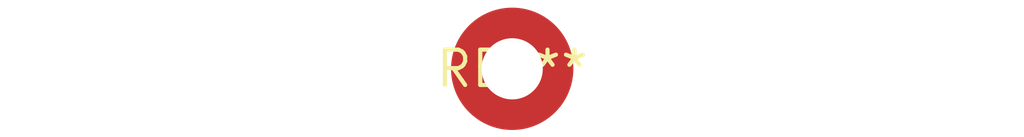
<source format=kicad_pcb>
(kicad_pcb (version 20240108) (generator pcbnew)
  (layers (0 "F.Cu" signal) (31 "B.Cu" signal) (34 "B.Paste" user) (35 "F.Paste" user) (36 "B.SilkS" user "B.Silkscreen") (37 "F.SilkS" user "F.Silkscreen") (38 "B.Mask" user) (39 "F.Mask" user) (44 "Edge.Cuts" user))
  (net 0 "")
  (footprint "MountingHole_2.2mm_M2_Pad_TopOnly" (layer "F.Cu") (at 0 0)
    (property "Reference" "REF**")
    (property "Value" "MountingHole_2.2mm_M2_Pad_TopOnly")
    (pad "1" thru_hole circle (at 0 0) (size 2.6 2.6) (drill 2.2) (layers *.Cu *.Mask) (remove_unused_layers))
    (pad "1" connect circle (at 0 0) (size 4.4 4.4) (layers "F.Cu" "F.Mask"))
  )
)
</source>
